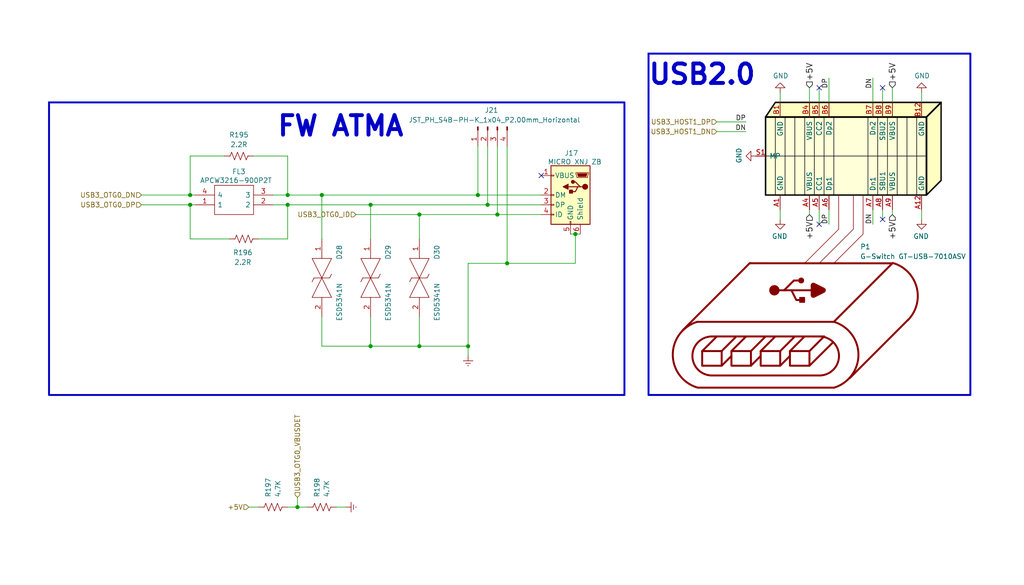
<source format=kicad_sch>
(kicad_sch (version 20231120) (generator "eeschema") (generator_version "8.0")
  (paper "User" 266.7 152.4)
  (lib_symbols
    (symbol "Connector:Conn_01x04_Pin" (pin_names (offset 1.016) hide)
      (property "Reference" "J" (at 0 5.08 0))
      (property "Value" "Conn_01x04_Pin" (at 0 -7.62 0))
      (symbol "Conn_01x04_Pin_1_1"
        (polyline (pts (xy 1.27 -5.08) (xy 0.8636 -5.08)) (stroke (width 0.1524)))
        (polyline (pts (xy 1.27 -2.54) (xy 0.8636 -2.54)) (stroke (width 0.1524)))
        (polyline (pts (xy 1.27 0) (xy 0.8636 0)) (stroke (width 0.1524)))
        (polyline (pts (xy 1.27 2.54) (xy 0.8636 2.54)) (stroke (width 0.1524)))
        (rectangle (start 0.8636 -4.953) (end 0 -5.207) (stroke (width 0.1524)) (fill (type outline)))
        (rectangle (start 0.8636 -2.413) (end 0 -2.667) (stroke (width 0.1524)) (fill (type outline)))
        (rectangle (start 0.8636 0.127) (end 0 -0.127) (stroke (width 0.1524)) (fill (type outline)))
        (rectangle (start 0.8636 2.667) (end 0 2.413) (stroke (width 0.1524)) (fill (type outline)))
        (pin passive line (at 5.08 2.54 180) (length 3.81) (name "Pin_1") (number "1"))
        (pin passive line (at 5.08 0 180) (length 3.81) (name "Pin_2") (number "2"))
        (pin passive line (at 5.08 -2.54 180) (length 3.81) (name "Pin_3") (number "3"))
        (pin passive line (at 5.08 -5.08 180) (length 3.81) (name "Pin_4") (number "4"))
      )
    )
    (symbol "Connector:USB_C_Plug_USB2.0" (pin_names (offset 1.016))
      (property "Reference" "P1" (at -111.252 67.818 0))
      (property "Value" "G-Switch GT-USB-7010ASV" (at -111.252 65.278 0))
      (symbol "USB_C_Plug_USB2.0_0_1"
        (circle (center -133.5995 56.4795) (radius 1.27) (fill (type outline)))
        (circle (center -126.6145 59.0195) (radius 0.635) (stroke (width 0.254)) (fill (type outline)))
        (rectangle (start -125.73 54.61) (end -127 53.34) (stroke (width 0.254)) (fill (type outline)))
        (polyline (pts (xy -133.5995 56.4795) (xy -123.4395 56.4795)) (stroke (width 0.508)))
        (polyline (pts (xy -121.8562 34.29) (xy -149.7962 34.29)) (stroke (width 0.508)))
        (polyline (pts (xy -120.5862 44.45) (xy -149.86 44.45)) (stroke (width 0.508)))
        (polyline (pts (xy -118.11 48.26) (xy -153.67 48.26)) (stroke (width 0.508)))
        (polyline (pts (xy -118.0392 31.1154) (xy -153.5354 31.1154)) (stroke (width 0.508)))
        (polyline (pts (xy -131.0595 56.4795) (xy -128.5195 59.0195) (xy -127.2495 59.0195)) (stroke (width 0.508)))
        (polyline (pts (xy -129.1545 56.4795) (xy -127.8845 53.9395) (xy -126.6145 53.9395)) (stroke (width 0.508)))
      )
      (symbol "USB_C_Plug_USB2.0_1_1"
        (arc (start -153.67 48.26) (mid -160.0525 39.6371) (end -153.5354 31.1154) (stroke (width 0.508)))
        (arc (start -149.7962 44.45) (mid -154.9404 39.37) (end -149.7962 34.29) (stroke (width 0.508)))
        (rectangle (start -135.89 101.6) (end -93.98 81.28) (stroke (width 0.381) (color 0 0 0 1)) (fill (type color) (color 255 255 194 0.61)))
        (arc (start -121.8562 34.29) (mid -116.7704 39.4126) (end -121.9405 44.45) (stroke (width 0.508)))
        (arc (start -118.0392 31.1154) (mid -111.7011 39.7141) (end -118.11 48.26) (stroke (width 0.508)))
        (arc (start -98.796 48.7246) (mid -96.5406 57.2561) (end -102.703 63.5725) (stroke (width 0.508)))
        (polyline (pts (xy -157.5453 45.9957) (xy -139.9681 63.5838)) (stroke (width 0.508)))
        (polyline (pts (xy -147.32 36.83) (xy -144.78 39.37)) (stroke (width 0.508)))
        (polyline (pts (xy -139.7 36.83) (xy -137.16 39.37)) (stroke (width 0.508)))
        (polyline (pts (xy -135.89 91.44) (xy -93.98 91.44)) (stroke (width 0) (color 0 0 0 1)))
        (polyline (pts (xy -133.35 101.6) (xy -133.35 81.28)) (stroke (width 0) (color 0 0 0 1)) (fill (type color) (color 0 0 0 1)))
        (polyline (pts (xy -132.08 36.83) (xy -129.54 39.37)) (stroke (width 0.508)))
        (polyline (pts (xy -130.81 101.6) (xy -130.81 81.28)) (stroke (width 0) (color 0 0 0 1)))
        (polyline (pts (xy -128.27 101.6) (xy -128.27 81.28)) (stroke (width 0) (color 0 0 0 1)))
        (polyline (pts (xy -125.73 63.5) (xy -116.84 72.39)))
        (polyline (pts (xy -125.6842 101.6149) (xy -125.6842 81.2949)) (stroke (width 0) (color 0 0 0 1)))
        (polyline (pts (xy -124.46 36.83) (xy -118.3911 42.854)) (stroke (width 0.508)))
        (polyline (pts (xy -123.19 101.6) (xy -123.19 81.28)) (stroke (width 0) (color 0 0 0 1)))
        (polyline (pts (xy -121.92 63.5) (xy -113.03 72.39)))
        (polyline (pts (xy -120.65 101.6) (xy -120.65 81.28)) (stroke (width 0) (color 0 0 0 1)))
        (polyline (pts (xy -118.11 48.26) (xy -102.87 63.5)) (stroke (width 0.508)))
        (polyline (pts (xy -118.11 101.6) (xy -118.11 81.28)) (stroke (width 0) (color 0 0 0 1)))
        (polyline (pts (xy -116.84 72.39) (xy -116.84 81.28)))
        (polyline (pts (xy -113.9555 33.6028) (xy -98.7155 48.8428)) (stroke (width 0.508)))
        (polyline (pts (xy -113.03 72.39) (xy -113.03 81.28)))
        (polyline (pts (xy -109.22 101.6) (xy -109.22 81.28)) (stroke (width 0) (color 0 0 0 1)))
        (polyline (pts (xy -106.68 101.6) (xy -106.68 81.28)) (stroke (width 0) (color 0 0 0 1)))
        (polyline (pts (xy -104.14 101.6) (xy -104.14 81.28)) (stroke (width 0) (color 0 0 0 1)))
        (polyline (pts (xy -102.87 63.5) (xy -139.9849 63.5167)) (stroke (width 0.508)))
        (polyline (pts (xy -101.6 101.6) (xy -101.6 81.28)) (stroke (width 0) (color 0 0 0 1)))
        (polyline (pts (xy -99.06 101.6) (xy -99.06 81.28)) (stroke (width 0) (color 0 0 0 1)))
        (polyline (pts (xy -96.52 101.6) (xy -96.52 81.28)) (stroke (width 0) (color 0 0 0 1)))
        (polyline (pts (xy -118.11 63.5) (xy -110.49 71.12) (xy -110.49 81.28)))
        (polyline (pts (xy -152.4 40.64) (xy -152.4 36.83) (xy -147.32 36.83) (xy -147.32 40.64)) (stroke (width 0.508)))
        (polyline (pts (xy -148.59 44.45) (xy -152.4 40.64) (xy -147.32 40.64) (xy -143.51 44.45)) (stroke (width 0.508)))
        (polyline (pts (xy -144.78 40.64) (xy -144.78 36.83) (xy -139.7 36.83) (xy -139.7 40.64)) (stroke (width 0.508)))
        (polyline (pts (xy -140.97 44.45) (xy -144.78 40.64) (xy -139.7 40.64) (xy -135.89 44.45)) (stroke (width 0.508)))
        (polyline (pts (xy -137.16 40.64) (xy -137.16 36.83) (xy -132.08 36.83) (xy -132.08 40.64)) (stroke (width 0.508)))
        (polyline (pts (xy -133.35 44.45) (xy -137.16 40.64) (xy -132.08 40.64) (xy -128.27 44.45)) (stroke (width 0.508)))
        (polyline (pts (xy -129.54 40.64) (xy -129.54 36.83) (xy -124.46 36.83) (xy -124.46 40.64)) (stroke (width 0.508)))
        (polyline (pts (xy -125.73 44.45) (xy -129.54 40.64) (xy -124.46 40.64) (xy -120.65 44.45)) (stroke (width 0.508)))
        (polyline (pts (xy -123.4395 57.7495) (xy -120.8995 56.4795) (xy -123.4395 55.2095) (xy -123.4395 57.7495)) (stroke (width 1.397)) (fill (type outline)))
        (polyline (pts (xy -135.89 101.6) (xy -133.35 105.41) (xy -90.17 105.41) (xy -93.98 101.6) (xy -135.89 101.6)) (stroke (width 0.381) (color 0 0 0 1)) (fill (type color) (color 255 255 194 1)))
        (polyline (pts (xy -90.17 105.41) (xy -90.17 85.09) (xy -93.98 81.28) (xy -93.98 101.6) (xy -90.17 105.41)) (stroke (width 0.381) (color 0 0 0 1)) (fill (type color) (color 255 255 194 1)))
        (pin input line (at -132.08 77.47 90) (length 3.81) (name "GND") (number "A1"))
        (pin input line (at -95.25 77.47 90) (length 3.81) (name "GND") (number "A12"))
        (pin input line (at -124.46 77.47 90) (length 3.81) (name "VBUS") (number "A4"))
        (pin input line (at -121.92 77.47 90) (length 3.81) (name "CC1") (number "A5"))
        (pin input line (at -119.38 77.47 90) (length 3.81) (name "Dp1") (number "A6"))
        (pin input line (at -107.95 77.47 90) (length 3.81) (name "Dn1") (number "A7"))
        (pin input line (at -105.41 77.47 90) (length 3.81) (name "SBU1") (number "A8"))
        (pin input line (at -102.87 77.47 90) (length 3.81) (name "VBUS") (number "A9"))
        (pin input line (at -132.08 105.41 270) (length 3.81) (name "GND") (number "B1"))
        (pin input line (at -95.25 105.41 270) (length 3.81) (name "GND") (number "B12"))
        (pin input line (at -124.46 105.41 270) (length 3.81) (name "VBUS") (number "B4"))
        (pin input line (at -121.92 105.41 270) (length 3.81) (name "CC2") (number "B5"))
        (pin input line (at -119.38 105.41 270) (length 3.81) (name "Dp2") (number "B6"))
        (pin input line (at -107.95 105.41 270) (length 3.81) (name "Dn2") (number "B7"))
        (pin input line (at -105.41 105.41 270) (length 3.81) (name "SBU2") (number "B8"))
        (pin input line (at -102.87 105.41 270) (length 3.81) (name "VBUS") (number "B9"))
        (pin input line (at -138.43 91.44 0) (length 2.54) (name "MP") (number "S1"))
      )
    )
    (symbol "Connector:USB_OTG" (pin_names (offset 1.016))
      (property "Reference" "J14" (at -2.794 10.922 0))
      (property "Value" "SHOU HAN MICRO XNJ ZB" (at -13.97 8.89 0))
      (symbol "USB_OTG_0_1"
        (rectangle (start -5.08 7.62) (end 5.08 -7.62) (stroke (width 0.254)) (fill (type background)))
        (circle (center -3.81 2.159) (radius 0.635) (stroke (width 0.254)) (fill (type outline)))
        (circle (center -0.635 3.429) (radius 0.381) (stroke (width 0.254)) (fill (type outline)))
        (rectangle (start -0.127 -7.62) (end 0.127 -6.858))
        (polyline (pts (xy -1.905 2.159) (xy 0.635 2.159)) (stroke (width 0.254)))
        (polyline (pts (xy -3.175 2.159) (xy -2.54 2.159) (xy -1.27 3.429) (xy -0.635 3.429)) (stroke (width 0.254)))
        (polyline (pts (xy -2.54 2.159) (xy -1.905 2.159) (xy -1.27 0.889) (xy 0 0.889)) (stroke (width 0.254)))
        (polyline (pts (xy 0.635 2.794) (xy 0.635 1.524) (xy 1.905 2.159) (xy 0.635 2.794)) (stroke (width 0.254)) (fill (type outline)))
        (polyline (pts (xy -4.318 5.588) (xy -1.778 5.588) (xy -2.032 4.826) (xy -4.064 4.826) (xy -4.318 5.588)) (fill (type outline)))
        (polyline (pts (xy -4.699 5.842) (xy -4.699 5.588) (xy -4.445 4.826) (xy -4.445 4.572) (xy -1.651 4.572) (xy -1.651 4.826) (xy -1.397 5.588) (xy -1.397 5.842) (xy -4.699 5.842)))
        (rectangle (start 0.254 1.27) (end -0.508 0.508) (stroke (width 0.254)) (fill (type outline)))
        (rectangle (start 5.08 -5.207) (end 4.318 -4.953))
        (rectangle (start 5.08 -2.667) (end 4.318 -2.413))
        (rectangle (start 5.08 -0.127) (end 4.318 0.127))
        (rectangle (start 5.08 4.953) (end 4.318 5.207))
      )
      (symbol "USB_OTG_1_1"
        (pin passive line (at 7.62 5.08 180) (length 2.54) (name "VBUS") (number "1"))
        (pin bidirectional line (at 7.62 0 180) (length 2.54) (name "DM") (number "2"))
        (pin bidirectional line (at 7.62 -2.54 180) (length 2.54) (name "DP") (number "3"))
        (pin passive line (at 7.62 -5.08 180) (length 2.54) (name "ID") (number "4"))
        (pin passive line (at 0 -10.16 90) (length 2.54) (name "GND") (number "5"))
        (pin passive line (at -2.54 -10.16 90) (length 2.54) (name "Shield") (number "6"))
      )
    )
    (symbol "DLW31SN900SQ2L:DLW31SN900SQ2L" (pin_names (offset 0.762))
      (property "Reference" "FL" (at 16.51 7.62 0))
      (property "Value" "DLW31SN900SQ2L" (at 16.51 5.08 0))
      (symbol "DLW31SN900SQ2L_0_0"
        (pin passive line (at 0 -2.54 0) (length 5.08) (name "1") (number "1"))
        (pin passive line (at 20.32 -2.54 180) (length 5.08) (name "2") (number "2"))
        (pin passive line (at 20.32 0 180) (length 5.08) (name "3") (number "3"))
        (pin passive line (at 0 0 0) (length 5.08) (name "4") (number "4"))
      )
      (symbol "DLW31SN900SQ2L_0_1"
        (polyline (pts (xy 5.08 2.54) (xy 15.24 2.54) (xy 15.24 -5.08) (xy 5.08 -5.08) (xy 5.08 2.54)) (stroke (width 0.1524)))
      )
    )
    (symbol "Device:R_US" (pin_numbers hide) (pin_names (offset 0))
      (property "Reference" "R" (at 2.54 0 90))
      (property "Value" "R_US" (at -2.54 0 90))
      (symbol "R_US_0_1"
        (polyline (pts (xy 0 -2.286) (xy 0 -2.54)))
        (polyline (pts (xy 0 2.286) (xy 0 2.54)))
        (polyline (pts (xy 0 -0.762) (xy 1.016 -1.143) (xy 0 -1.524) (xy -1.016 -1.905) (xy 0 -2.286)))
        (polyline (pts (xy 0 0.762) (xy 1.016 0.381) (xy 0 0) (xy -1.016 -0.381) (xy 0 -0.762)))
        (polyline (pts (xy 0 2.286) (xy 1.016 1.905) (xy 0 1.524) (xy -1.016 1.143) (xy 0 0.762)))
      )
      (symbol "R_US_1_1"
        (pin passive line (at 0 3.81 270) (length 1.27) (name "~") (number "1"))
        (pin passive line (at 0 -3.81 90) (length 1.27) (name "~") (number "2"))
      )
    )
    (symbol "SP0402B-ULC-01ETG:SP0402B-ULC-01ETG" (pin_names (offset 0.762))
      (property "Reference" "D" (at 12.7 8.89 0))
      (property "Value" "SP0402B-ULC-01ETG" (at 12.7 6.35 0))
      (symbol "SP0402B-ULC-01ETG_0_0"
        (pin passive line (at 0 0 0) (length 5.08) (name "~") (number "1"))
        (pin passive line (at 20.32 0 180) (length 5.08) (name "~") (number "2"))
      )
      (symbol "SP0402B-ULC-01ETG_0_1"
        (polyline (pts (xy 9.144 2.54) (xy 10.16 2.032)) (stroke (width 0.1524)))
        (polyline (pts (xy 10.16 -2.032) (xy 10.16 2.032)) (stroke (width 0.1524)))
        (polyline (pts (xy 10.16 -2.032) (xy 11.176 -2.54)) (stroke (width 0.1524)))
        (polyline (pts (xy 10.16 0) (xy 5.08 -2.54) (xy 5.08 2.54) (xy 10.16 0)) (stroke (width 0.1524)))
        (polyline (pts (xy 10.16 0) (xy 15.24 -2.54) (xy 15.24 2.54) (xy 10.16 0)) (stroke (width 0.1524)))
      )
    )
    (symbol "power:Earth" (power) (pin_names (offset 0))
      (symbol "Earth_0_1"
        (polyline (pts (xy -0.635 -1.905) (xy 0.635 -1.905)))
        (polyline (pts (xy -0.127 -2.54) (xy 0.127 -2.54)))
        (polyline (pts (xy 0 -1.27) (xy 0 0)))
        (polyline (pts (xy 1.27 -1.27) (xy -1.27 -1.27)))
      )
      (symbol "Earth_1_1"
        (pin power_in line (at 0 0 270) (length 0) hide (name "Earth") (number "1"))
      )
    )
    (symbol "power:GND" (power) (pin_names (offset 0))
      (property "Value" "GND" (at 0 -3.81 0))
      (symbol "GND_0_1"
        (polyline (pts (xy 0 0) (xy 0 -1.27) (xy 1.27 -1.27) (xy 0 -2.54) (xy -1.27 -1.27) (xy 0 -1.27)))
      )
      (symbol "GND_1_1"
        (pin power_in line (at 0 0 270) (length 0) hide (name "GND") (number "1"))
      )
    )
  )
  (junction (at 77.47 132.08))
  (junction (at 74.93 53.34))
  (junction (at 74.93 50.8))
  (junction (at 127 53.34))
  (junction (at 109.2143 90.17))
  (junction (at 149.86 60.96))
  (junction (at 49.53 50.8))
  (junction (at 49.53 53.34))
  (junction (at 83.82 50.8))
  (junction (at 96.52 53.34))
  (junction (at 96.52 90.17))
  (junction (at 121.92 90.17))
  (junction (at 129.54 55.88))
  (junction (at 124.46 50.8))
  (junction (at 132.08 68.58))
  (junction (at 109.22 55.88))
  (no_connect (at 213.36 58.42))
  (no_connect (at 140.97 45.72))
  (no_connect (at 229.87 22.86))
  (no_connect (at 213.36 22.86))
  (no_connect (at 229.87 57.15))
  (wire (pts (xy 124.46 50.8) (xy 140.97 50.8)))
  (wire (pts (xy 96.52 53.34) (xy 96.52 62.23)))
  (wire (pts (xy 96.52 90.17) (xy 109.2143 90.17)))
  (wire (pts (xy 74.93 62.23) (xy 67.31 62.23)))
  (wire (pts (xy 49.53 40.64) (xy 49.53 50.8)))
  (wire (pts (xy 83.82 50.8) (xy 124.46 50.8)))
  (wire (pts (xy 50.8 50.8) (xy 49.53 50.8)))
  (wire (pts (xy 50.8 53.34) (xy 49.53 53.34)))
  (wire (pts (xy 215.9 20.32) (xy 215.9 26.67)))
  (wire (pts (xy 74.93 132.08) (xy 77.47 132.08)))
  (wire (pts (xy 109.22 55.88) (xy 129.54 55.88)))
  (wire (pts (xy 210.82 22.86) (xy 210.82 26.67)))
  (wire (pts (xy 83.82 90.17) (xy 96.52 90.17)))
  (wire (pts (xy 36.83 53.34) (xy 49.53 53.34)))
  (wire (pts (xy 109.2143 90.17) (xy 109.2143 82.55)))
  (wire (pts (xy 127 53.34) (xy 140.97 53.34)))
  (wire (pts (xy 83.82 90.17) (xy 83.82 82.55)))
  (wire (pts (xy 232.41 22.86) (xy 232.41 26.67)))
  (wire (pts (xy 215.9 58.42) (xy 215.9 54.61)))
  (wire (pts (xy 213.36 22.86) (xy 213.36 26.67)))
  (wire (pts (xy 203.2 24.13) (xy 203.2 26.67)))
  (wire (pts (xy 148.59 60.96) (xy 149.86 60.96)))
  (wire (pts (xy 83.82 50.8) (xy 83.82 62.23)))
  (wire (pts (xy 232.41 55.88) (xy 232.41 54.61)))
  (wire (pts (xy 59.69 62.23) (xy 49.53 62.23)))
  (wire (pts (xy 149.86 60.96) (xy 151.13 60.96)))
  (wire (pts (xy 149.86 60.96) (xy 149.86 68.58)))
  (wire (pts (xy 132.08 38.1) (xy 132.08 68.58)))
  (wire (pts (xy 124.46 38.1) (xy 124.46 50.8)))
  (wire (pts (xy 74.93 53.34) (xy 74.93 62.23)))
  (wire (pts (xy 127 38.1) (xy 127 53.34)))
  (wire (pts (xy 58.42 40.64) (xy 49.53 40.64)))
  (wire (pts (xy 213.36 54.61) (xy 213.36 58.42)))
  (wire (pts (xy 87.63 132.08) (xy 90.17 132.08)))
  (wire (pts (xy 121.92 68.58) (xy 132.08 68.58)))
  (wire (pts (xy 109.2143 82.55) (xy 109.22 82.55)))
  (wire (pts (xy 229.87 57.15) (xy 229.87 54.61)))
  (wire (pts (xy 74.93 53.34) (xy 96.52 53.34)))
  (wire (pts (xy 71.12 50.8) (xy 74.93 50.8)))
  (wire (pts (xy 74.93 50.8) (xy 83.82 50.8)))
  (wire (pts (xy 240.03 24.13) (xy 240.03 26.67)))
  (wire (pts (xy 227.33 20.32) (xy 227.33 26.67)))
  (wire (pts (xy 49.53 53.34) (xy 49.53 62.23)))
  (wire (pts (xy 121.92 90.17) (xy 121.92 92.71)))
  (wire (pts (xy 109.22 55.88) (xy 109.22 62.23)))
  (wire (pts (xy 66.04 40.64) (xy 74.93 40.64)))
  (wire (pts (xy 109.2143 90.17) (xy 121.92 90.17)))
  (wire (pts (xy 77.47 132.08) (xy 80.01 132.08)))
  (wire (pts (xy 240.03 57.15) (xy 240.03 54.61)))
  (wire (pts (xy 121.92 68.58) (xy 121.92 90.17)))
  (wire (pts (xy 96.52 90.17) (xy 96.52 82.55)))
  (wire (pts (xy 77.47 129.54) (xy 77.47 132.08)))
  (wire (pts (xy 229.87 22.86) (xy 229.87 26.67)))
  (wire (pts (xy 92.71 55.88) (xy 109.22 55.88)))
  (wire (pts (xy 71.12 53.34) (xy 74.93 53.34)))
  (wire (pts (xy 227.33 58.42) (xy 227.33 54.61)))
  (wire (pts (xy 203.2 57.15) (xy 203.2 54.61)))
  (wire (pts (xy 210.82 55.88) (xy 210.82 54.61)))
  (wire (pts (xy 74.93 40.64) (xy 74.93 50.8)))
  (wire (pts (xy 129.54 38.1) (xy 129.54 55.88)))
  (wire (pts (xy 96.52 53.34) (xy 127 53.34)))
  (wire (pts (xy 194.31 34.29) (xy 186.69 34.29)))
  (wire (pts (xy 132.08 68.58) (xy 149.86 68.58)))
  (wire (pts (xy 36.83 50.8) (xy 49.53 50.8)))
  (wire (pts (xy 194.31 31.75) (xy 186.69 31.75)))
  (wire (pts (xy 129.54 55.88) (xy 140.97 55.88)))
  (wire (pts (xy 64.77 132.08) (xy 67.31 132.08)))
  (rectangle (start 168.91 13.97) (end 252.73 102.87) (stroke (width 0.5)))
  (rectangle (start 12.77 26.671) (end 162.63 102.871) (stroke (width 0.5)))
  (text "FW ATMA" (at 88.716 33.021 0) (effects (font (size 5.08 5.08) (bold yes))))
  (text "USB2.0" (at 182.88 19.558 0) (effects (font (size 5.08 5.08) (bold yes))))
  (label "DN" (at 194.31 34.29 180))
  (label "DN" (at 227.33 58.42 90))
  (label "DN" (at 227.33 20.32 270))
  (label "DP" (at 215.9 20.32 270))
  (label "DP" (at 194.31 31.75 180))
  (label "DP" (at 215.9 58.42 90))
  (hierarchical_label "+5V" (shape input) (at 232.41 22.86 90) (effects (font (size 1.524 1.524))))
  (hierarchical_label "USB3_HOST1_DP" (shape input) (at 186.69 31.75 180))
  (hierarchical_label "+5V" (shape input) (at 210.82 55.88 270) (effects (font (size 1.524 1.524))))
  (hierarchical_label "USB3_HOST1_DN" (shape input) (at 186.69 34.29 180))
  (hierarchical_label "+5V" (shape input) (at 232.41 55.88 270) (effects (font (size 1.524 1.524))))
  (hierarchical_label "+5V" (shape input) (at 210.82 22.86 90) (effects (font (size 1.524 1.524))))
  (hierarchical_label "+5V" (shape input) (at 64.77 132.08 180))
  (hierarchical_label "USB3_OTG0_ID" (shape input) (at 92.71 55.88 180))
  (hierarchical_label "USB3_OTG0_DP" (shape input) (at 36.83 53.34 180))
  (hierarchical_label "USB3_OTG0_VBUSDET" (shape input) (at 77.47 129.54 90))
  (hierarchical_label "USB3_OTG0_DN" (shape input) (at 36.83 50.8 180))
  (symbol (lib_id "SP0402B-ULC-01ETG:SP0402B-ULC-01ETG") (at 96.52 62.23 270) (unit 1)
    (property "Reference" "D29" (at 101.092 63.754 0) (effects (justify left)))
    (property "Value" "ESD5341N" (at 101.092 73.66 0) (effects (justify left)))
    (property "Footprint" "Footprint Library:ESD5341N" (effects (hide yes)))
    (property "Datasheet" "https://www.mouser.com/datasheet/2/240/Littelfuse_TVS_Diode_Array_Ultra_Low_Capacitance_D-1021420.pdf" (effects (hide yes)))
    (property "Description" "ESD Suppressors / TVS Diodes 5V .13pF 20kV" (effects (hide yes)))
    (property "Manufacturer_Name" "LITTELFUSE" (effects (hide yes)))
    (property "Manufacturer_Part_Number" "SP0402B-ULC-01ETG" (effects (hide yes)))
    (property "Mouser Part Number" "576-SP0402BULC-01ETG" (effects (hide yes)))
    (property "Mouser Price/Stock" "https://www.mouser.co.uk/ProductDetail/Littelfuse/SP0402B-ULC-01ETG?qs=lM4gFlnEeENx4cnTNlk34g%3D%3D" (effects (hide yes)))
    (property "Arrow Part Number" "SP0402B-ULC-01ETG" (effects (hide yes)))
    (property "Arrow Price/Stock" "https://www.arrow.com/en/products/sp0402b-ulc-01etg/littelfuse?region=nac" (effects (hide yes)))
    (property "MPN" "ESD5341N" (effects (hide yes)))
  )
  (symbol (lib_id "power:Earth") (at 121.92 92.71 0) (unit 1)
    (property "Reference" "#PWR0211" (effects (hide yes)))
    (property "Value" "Earth" (effects (hide yes)))
    (property "Description" "Power symbol creates a global label with name \"Earth\"" (effects (hide yes)))
  )
  (symbol (lib_id "power:GND") (at 203.2 57.15 0) (mirror y) (unit 1)
    (property "Reference" "#PWR0105" (effects (hide yes)))
    (property "Value" "GND" (at 203.073 61.5442 0))
  )
  (symbol (lib_id "power:GND") (at 203.2 24.13 0) (mirror x) (unit 1)
    (property "Reference" "#PWR0104" (effects (hide yes)))
    (property "Value" "GND" (at 203.327 19.7358 0))
  )
  (symbol (lib_id "Connector:USB_C_Plug_USB2.0") (at 335.28 132.08 0) (unit 1)
    (property "Reference" "P1" (at 224.028 64.262 0) (effects (justify left)))
    (property "Value" "G-Switch GT-USB-7010ASV" (at 224.028 66.802 0) (effects (justify left)))
    (property "Footprint" "Footprint Library:G-Switch GT-USB-7010ASV" (effects (hide yes)))
    (property "Datasheet" "https://www.lcsc.com/product-detail/USB-Connectors_G-Switch-GT-USB-7010ASV_C2988369.html" (effects (hide yes)))
    (property "Description" "USB 2.0-only Type-C Plug connector" (effects (hide yes)))
    (property "MPN" "G-Switch GT-USB-7010ASV" (effects (hide yes)))
  )
  (symbol (lib_id "SP0402B-ULC-01ETG:SP0402B-ULC-01ETG") (at 109.22 62.23 270) (unit 1)
    (property "Reference" "D30" (at 113.792 63.754 0) (effects (justify left)))
    (property "Value" "ESD5341N" (at 113.792 73.66 0) (effects (justify left)))
    (property "Footprint" "Footprint Library:ESD5341N" (effects (hide yes)))
    (property "Datasheet" "https://www.mouser.com/datasheet/2/240/Littelfuse_TVS_Diode_Array_Ultra_Low_Capacitance_D-1021420.pdf" (effects (hide yes)))
    (property "Description" "ESD Suppressors / TVS Diodes 5V .13pF 20kV" (effects (hide yes)))
    (property "Manufacturer_Name" "LITTELFUSE" (effects (hide yes)))
    (property "Manufacturer_Part_Number" "SP0402B-ULC-01ETG" (effects (hide yes)))
    (property "Mouser Part Number" "576-SP0402BULC-01ETG" (effects (hide yes)))
    (property "Mouser Price/Stock" "https://www.mouser.co.uk/ProductDetail/Littelfuse/SP0402B-ULC-01ETG?qs=lM4gFlnEeENx4cnTNlk34g%3D%3D" (effects (hide yes)))
    (property "Arrow Part Number" "SP0402B-ULC-01ETG" (effects (hide yes)))
    (property "Arrow Price/Stock" "https://www.arrow.com/en/products/sp0402b-ulc-01etg/littelfuse?region=nac" (effects (hide yes)))
    (property "MPN" "ESD5341N" (effects (hide yes)))
  )
  (symbol (lib_id "Device:R_US") (at 63.5 62.23 90) (unit 1)
    (property "Reference" "R196" (at 63.246 65.786 90))
    (property "Value" "2.2R" (at 63.246 68.326 90))
    (property "Footprint" "Resistor_SMD:R_0402_1005Metric" (effects (hide yes)))
    (property "Description" "Resistor, US symbol" (effects (hide yes)))
    (property "MPN" "0402WGF220KTCE" (effects (hide yes)))
  )
  (symbol (lib_id "Device:R_US") (at 83.82 132.08 90) (unit 1)
    (property "Reference" "R198" (at 82.5499 129.54 0) (effects (justify left)))
    (property "Value" "4.7K" (at 85.0899 129.54 0) (effects (justify left)))
    (property "Footprint" "Resistor_SMD:R_0603_1608Metric" (effects (hide yes)))
    (property "Description" "Resistor, US symbol" (effects (hide yes)))
    (property "MPN" "0603WAF4701T5E" (effects (hide yes)))
  )
  (symbol (lib_id "DLW31SN900SQ2L:DLW31SN900SQ2L") (at 50.8 50.8 0) (unit 1)
    (property "Reference" "FL3" (at 62.23 44.704 0))
    (property "Value" "APCW3216-900P2T" (at 61.468 46.99 0))
    (property "Footprint" "DLW31SN900SQ2L:DLW31SH222SQ2L" (effects (hide yes)))
    (property "Datasheet" "https://www.murata.com/en-us/products/productdetail?partno=DLW31SN900SQ2%23" (effects (hide yes)))
    (property "Description" "Common mode choke SMD 1206 370mA 90R Murata DLW31S Series Wire-wound SMD Inductor +/-25% Wire-Wound 370mA Idc" (effects (hide yes)))
    (property "Height" "2.1" (effects (hide yes)))
    (property "Manufacturer_Name" "Murata Electronics" (effects (hide yes)))
    (property "Manufacturer_Part_Number" "DLW31SN900SQ2L" (effects (hide yes)))
    (property "Mouser Part Number" "81-DLW31SN900SQ2L" (effects (hide yes)))
    (property "Mouser Price/Stock" "https://www.mouser.co.uk/ProductDetail/Murata-Electronics/DLW31SN900SQ2L?qs=MvDi5e8ZjmVQKH%2F%2FPPGwmg%3D%3D" (effects (hide yes)))
    (property "Arrow Part Number" "DLW31SN900SQ2L" (effects (hide yes)))
    (property "Arrow Price/Stock" "https://www.arrow.com/en/products/dlw31sn900sq2l/murata-manufacturing?region=nac" (effects (hide yes)))
    (property "MPN" "APCW3216-900P2T" (effects (hide yes)))
  )
  (symbol (lib_id "power:GND") (at 196.85 40.64 270) (mirror x) (unit 1)
    (property "Reference" "#PWR0108" (effects (hide yes)))
    (property "Value" "GND" (at 192.4558 40.513 0))
  )
  (symbol (lib_id "SP0402B-ULC-01ETG:SP0402B-ULC-01ETG") (at 83.82 62.23 270) (unit 1)
    (property "Reference" "D28" (at 88.392 63.754 0) (effects (justify left)))
    (property "Value" "ESD5341N" (at 88.392 73.66 0) (effects (justify left)))
    (property "Footprint" "Footprint Library:ESD5341N" (effects (hide yes)))
    (property "Datasheet" "https://www.mouser.com/datasheet/2/240/Littelfuse_TVS_Diode_Array_Ultra_Low_Capacitance_D-1021420.pdf" (effects (hide yes)))
    (property "Description" "ESD Suppressors / TVS Diodes 5V .13pF 20kV" (effects (hide yes)))
    (property "Manufacturer_Name" "LITTELFUSE" (effects (hide yes)))
    (property "Manufacturer_Part_Number" "SP0402B-ULC-01ETG" (effects (hide yes)))
    (property "Mouser Part Number" "576-SP0402BULC-01ETG" (effects (hide yes)))
    (property "Mouser Price/Stock" "https://www.mouser.co.uk/ProductDetail/Littelfuse/SP0402B-ULC-01ETG?qs=lM4gFlnEeENx4cnTNlk34g%3D%3D" (effects (hide yes)))
    (property "Arrow Part Number" "SP0402B-ULC-01ETG" (effects (hide yes)))
    (property "Arrow Price/Stock" "https://www.arrow.com/en/products/sp0402b-ulc-01etg/littelfuse?region=nac" (effects (hide yes)))
    (property "MPN" "ESD5341N" (effects (hide yes)))
  )
  (symbol (lib_id "power:Earth") (at 90.17 132.08 90) (unit 1)
    (property "Reference" "#PWR0210" (effects (hide yes)))
    (property "Value" "Earth" (effects (hide yes)))
    (property "Description" "Power symbol creates a global label with name \"Earth\"" (effects (hide yes)))
  )
  (symbol (lib_id "Connector:USB_OTG") (at 148.59 50.8 0) (mirror y) (unit 1)
    (property "Reference" "J17" (at 150.622 39.878 0) (effects (justify left)))
    (property "Value" "MICRO XNJ ZB" (at 156.718 42.164 0) (effects (justify left)))
    (property "Footprint" "Footprint Library:Micro-B SMD" (effects (hide yes)))
    (property "Datasheet" " ~" (effects (hide yes)))
    (property "Description" "USB mini/micro connector" (effects (hide yes)))
    (property "MPN" "SHOU HAN MICRO XNJ ZB" (effects (hide yes)))
  )
  (symbol (lib_id "Device:R_US") (at 71.12 132.08 90) (unit 1)
    (property "Reference" "R197" (at 69.8499 129.54 0) (effects (justify left)))
    (property "Value" "4.7K" (at 72.3899 129.54 0) (effects (justify left)))
    (property "Footprint" "Resistor_SMD:R_0603_1608Metric" (effects (hide yes)))
    (property "Description" "Resistor, US symbol" (effects (hide yes)))
    (property "MPN" "0603WAF4701T5E" (effects (hide yes)))
  )
  (symbol (lib_id "power:GND") (at 240.03 24.13 0) (mirror x) (unit 1)
    (property "Reference" "#PWR0106" (effects (hide yes)))
    (property "Value" "GND" (at 240.157 19.7358 0))
  )
  (symbol (lib_id "power:GND") (at 240.03 57.15 0) (mirror y) (unit 1)
    (property "Reference" "#PWR0107" (effects (hide yes)))
    (property "Value" "GND" (at 239.903 61.5442 0))
  )
  (symbol (lib_id "Device:R_US") (at 62.23 40.64 90) (unit 1)
    (property "Reference" "R195" (at 62.23 35.1243 90))
    (property "Value" "2.2R" (at 62.23 37.6643 90))
    (property "Footprint" "Resistor_SMD:R_0402_1005Metric" (effects (hide yes)))
    (property "Description" "Resistor, US symbol" (effects (hide yes)))
    (property "MPN" "0402WGF220KTCE" (effects (hide yes)))
  )
  (symbol (lib_id "Connector:Conn_01x04_Pin") (at 127 33.02 90) (mirror x) (unit 1)
    (property "Reference" "J21" (at 128.016 28.702 90))
    (property "Value" "JST_PH_S4B-PH-K_1x04_P2.00mm_Horizontal" (at 128.778 31.242 90))
    (property "Footprint" "Connector_JST:JST_PH_S4B-PH-K_1x04_P2.00mm_Horizontal" (effects (hide yes)))
    (property "Description" "Generic connector, single row, 01x04, script generated" (effects (hide yes)))
  )
)
</source>
